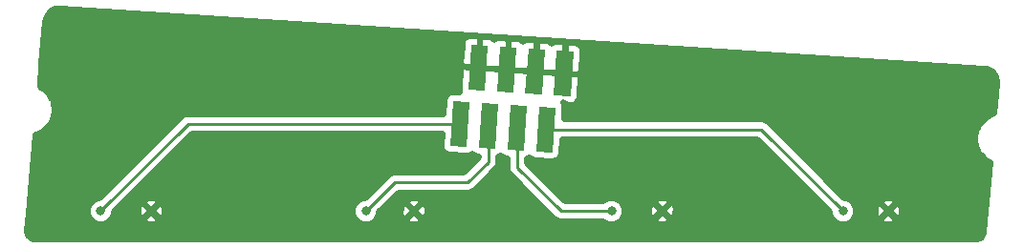
<source format=gbr>
G04 #@! TF.FileFunction,Copper,L2,Bot,Signal*
%FSLAX46Y46*%
G04 Gerber Fmt 4.6, Leading zero omitted, Abs format (unit mm)*
G04 Created by KiCad (PCBNEW (2015-07-06 BZR 5889)-product) date Wed 26 Aug 2015 12:42:29 PM CEST*
%MOMM*%
G01*
G04 APERTURE LIST*
%ADD10C,0.100000*%
%ADD11C,0.800000*%
%ADD12C,0.250000*%
%ADD13C,0.500000*%
G04 APERTURE END LIST*
D10*
G36*
X38442427Y9290672D02*
X38700556Y13282334D01*
X40197429Y13185536D01*
X39939300Y9193874D01*
X38442427Y9290672D01*
X38442427Y9290672D01*
G37*
G36*
X40977133Y9126760D02*
X41235262Y13118422D01*
X42732135Y13021624D01*
X42474006Y9029962D01*
X40977133Y9126760D01*
X40977133Y9126760D01*
G37*
G36*
X40037604Y14278127D02*
X40295733Y18269789D01*
X41792606Y18172991D01*
X41534477Y14181329D01*
X40037604Y14278127D01*
X40037604Y14278127D01*
G37*
G36*
X42572310Y14114215D02*
X42830439Y18105877D01*
X44327312Y18009079D01*
X44069183Y14017417D01*
X42572310Y14114215D01*
X42572310Y14114215D01*
G37*
G36*
X43511838Y8962848D02*
X43769967Y12954510D01*
X45266840Y12857712D01*
X45008711Y8866050D01*
X43511838Y8962848D01*
X43511838Y8962848D01*
G37*
G36*
X45107015Y13950303D02*
X45365144Y17941965D01*
X46862017Y17845167D01*
X46603888Y13853505D01*
X45107015Y13950303D01*
X45107015Y13950303D01*
G37*
G36*
X46046544Y8798936D02*
X46304673Y12790598D01*
X47801546Y12693800D01*
X47543417Y8702138D01*
X46046544Y8798936D01*
X46046544Y8798936D01*
G37*
G36*
X47641721Y13786391D02*
X47899850Y17778053D01*
X49396723Y17681255D01*
X49138594Y13689593D01*
X47641721Y13786391D01*
X47641721Y13786391D01*
G37*
D11*
X73251429Y3494940D03*
X77251429Y3494940D03*
X52751429Y3494940D03*
X57251429Y3494940D03*
X31001429Y3494940D03*
X35251429Y3494940D03*
X7501429Y3494940D03*
X12001429Y3494940D03*
D12*
X39319928Y11238104D02*
X15244593Y11238104D01*
X15244593Y11238104D02*
X7501429Y3494940D01*
X31001429Y3494940D02*
X33538989Y6032500D01*
X41854634Y7882134D02*
X41854634Y11074192D01*
X40005000Y6032500D02*
X41854634Y7882134D01*
X33538989Y6032500D02*
X40005000Y6032500D01*
X52751429Y3494940D02*
X48257560Y3494940D01*
X44389339Y7363161D02*
X44389339Y10910280D01*
X48257560Y3494940D02*
X44389339Y7363161D01*
X46924045Y10746368D02*
X66000001Y10746368D01*
X66000001Y10746368D02*
X73251429Y3494940D01*
D13*
G36*
X85709511Y16162656D02*
X85961437Y16112271D01*
X86161143Y16045703D01*
X86365889Y15931955D01*
X86512959Y15821652D01*
X86642731Y15648623D01*
X86782655Y15438738D01*
X86838859Y15270124D01*
X86884111Y15043866D01*
X86884111Y14808113D01*
X86631125Y12137703D01*
X86593346Y12129308D01*
X86503650Y12089788D01*
X86409117Y12063899D01*
X86126894Y11922787D01*
X86049463Y11862693D01*
X85964033Y11814651D01*
X85717089Y11602986D01*
X85697885Y11578537D01*
X85672036Y11561265D01*
X85460370Y11349598D01*
X85389137Y11242990D01*
X85310513Y11141684D01*
X85169402Y10859462D01*
X85158211Y10818597D01*
X85135880Y10782589D01*
X85030047Y10500367D01*
X85013998Y10402423D01*
X84984004Y10307815D01*
X84948726Y9990315D01*
X84956315Y9901969D01*
X84948726Y9813623D01*
X84984004Y9496123D01*
X85009579Y9415451D01*
X85020164Y9331488D01*
X85125997Y9013988D01*
X85184973Y8910527D01*
X85233957Y8801979D01*
X85410346Y8555034D01*
X85436404Y8530553D01*
X85453929Y8499390D01*
X85665596Y8252446D01*
X85741725Y8192649D01*
X85808009Y8122094D01*
X86054953Y7945705D01*
X86150217Y7902716D01*
X86239046Y7847627D01*
X86265547Y7837689D01*
X85724288Y1660969D01*
X85704855Y1505505D01*
X85661536Y1404426D01*
X85578067Y1258356D01*
X85512620Y1179820D01*
X85419771Y1113499D01*
X85298915Y1061703D01*
X85160045Y1022027D01*
X84988473Y1000580D01*
X1721198Y1000580D01*
X1546881Y1019949D01*
X1397382Y1076010D01*
X1268832Y1140286D01*
X1170684Y1238434D01*
X1071031Y1354695D01*
X1030840Y1461871D01*
X995222Y1604343D01*
X995222Y1789577D01*
X1120251Y3267194D01*
X6351230Y3267194D01*
X6525938Y2844368D01*
X6849156Y2520586D01*
X7271676Y2345140D01*
X7729175Y2344741D01*
X8152001Y2519449D01*
X8413973Y2780965D01*
X11322809Y2780965D01*
X11332616Y2531864D01*
X11752079Y2349230D01*
X12209504Y2341020D01*
X12635252Y2508484D01*
X12670242Y2531864D01*
X12680049Y2780965D01*
X12001429Y3459585D01*
X11322809Y2780965D01*
X8413973Y2780965D01*
X8475783Y2842667D01*
X8651229Y3265187D01*
X8651247Y3286865D01*
X10847509Y3286865D01*
X11014973Y2861117D01*
X11038353Y2826127D01*
X11287454Y2816320D01*
X11966074Y3494940D01*
X12036784Y3494940D01*
X12715404Y2816320D01*
X12964505Y2826127D01*
X13147139Y3245590D01*
X13155349Y3703015D01*
X12987885Y4128763D01*
X12964505Y4163753D01*
X12715404Y4173560D01*
X12036784Y3494940D01*
X11966074Y3494940D01*
X11966074Y3494940D01*
X11287454Y4173560D01*
X11038353Y4163753D01*
X10855719Y3744290D01*
X10847509Y3286865D01*
X8651247Y3286865D01*
X8651353Y3407428D01*
X9452840Y4208915D01*
X11322809Y4208915D01*
X12001429Y3530295D01*
X12680049Y4208915D01*
X12670242Y4458016D01*
X12250779Y4640650D01*
X11793354Y4648860D01*
X11367606Y4481396D01*
X11332616Y4458016D01*
X11322809Y4208915D01*
X9452840Y4208915D01*
X15607030Y10363104D01*
X37745488Y10363104D01*
X37679328Y9340019D01*
X37716243Y9051062D01*
X37864785Y8789588D01*
X38102659Y8605607D01*
X38393080Y8527573D01*
X39889953Y8430775D01*
X40178909Y8467690D01*
X40423848Y8606837D01*
X40637365Y8441695D01*
X40927786Y8363661D01*
X40979634Y8360308D01*
X40979634Y8244571D01*
X39642564Y6907500D01*
X33538989Y6907500D01*
X33204141Y6840895D01*
X32920271Y6651219D01*
X30914069Y4645017D01*
X30773683Y4645139D01*
X30350857Y4470431D01*
X30027075Y4147213D01*
X29851629Y3724693D01*
X29851230Y3267194D01*
X30025938Y2844368D01*
X30349156Y2520586D01*
X30771676Y2345140D01*
X31229175Y2344741D01*
X31652001Y2519449D01*
X31913973Y2780965D01*
X34572809Y2780965D01*
X34582616Y2531864D01*
X35002079Y2349230D01*
X35459504Y2341020D01*
X35885252Y2508484D01*
X35920242Y2531864D01*
X35930049Y2780965D01*
X35251429Y3459585D01*
X34572809Y2780965D01*
X31913973Y2780965D01*
X31975783Y2842667D01*
X32151229Y3265187D01*
X32151247Y3286865D01*
X34097509Y3286865D01*
X34264973Y2861117D01*
X34288353Y2826127D01*
X34537454Y2816320D01*
X35216074Y3494940D01*
X35286784Y3494940D01*
X35965404Y2816320D01*
X36214505Y2826127D01*
X36397139Y3245590D01*
X36405349Y3703015D01*
X36237885Y4128763D01*
X36214505Y4163753D01*
X35965404Y4173560D01*
X35286784Y3494940D01*
X35216074Y3494940D01*
X35216074Y3494940D01*
X34537454Y4173560D01*
X34288353Y4163753D01*
X34105719Y3744290D01*
X34097509Y3286865D01*
X32151247Y3286865D01*
X32151353Y3407428D01*
X32952840Y4208915D01*
X34572809Y4208915D01*
X35251429Y3530295D01*
X35930049Y4208915D01*
X35920242Y4458016D01*
X35500779Y4640650D01*
X35043354Y4648860D01*
X34617606Y4481396D01*
X34582616Y4458016D01*
X34572809Y4208915D01*
X32952840Y4208915D01*
X33901426Y5157500D01*
X40005000Y5157500D01*
X40339848Y5224105D01*
X40623718Y5413782D01*
X42473352Y7263415D01*
X42663029Y7547285D01*
X42681342Y7639353D01*
X42729634Y7882134D01*
X42729634Y8312878D01*
X42958554Y8442925D01*
X43172070Y8277783D01*
X43462491Y8199749D01*
X43514339Y8196396D01*
X43514339Y7363161D01*
X43534180Y7263415D01*
X43580944Y7028313D01*
X43770621Y6744443D01*
X47638842Y2876221D01*
X47781403Y2780965D01*
X47922712Y2686545D01*
X48257560Y2619940D01*
X51999975Y2619940D01*
X52099156Y2520586D01*
X52521676Y2345140D01*
X52979175Y2344741D01*
X53402001Y2519449D01*
X53663973Y2780965D01*
X56572809Y2780965D01*
X56582616Y2531864D01*
X57002079Y2349230D01*
X57459504Y2341020D01*
X57885252Y2508484D01*
X57920242Y2531864D01*
X57930049Y2780965D01*
X57251429Y3459585D01*
X56572809Y2780965D01*
X53663973Y2780965D01*
X53725783Y2842667D01*
X53901229Y3265187D01*
X53901247Y3286865D01*
X56097509Y3286865D01*
X56264973Y2861117D01*
X56288353Y2826127D01*
X56537454Y2816320D01*
X57216074Y3494940D01*
X57286784Y3494940D01*
X57965404Y2816320D01*
X58214505Y2826127D01*
X58397139Y3245590D01*
X58405349Y3703015D01*
X58237885Y4128763D01*
X58214505Y4163753D01*
X57965404Y4173560D01*
X57286784Y3494940D01*
X57216074Y3494940D01*
X57216074Y3494940D01*
X56537454Y4173560D01*
X56288353Y4163753D01*
X56105719Y3744290D01*
X56097509Y3286865D01*
X53901247Y3286865D01*
X53901628Y3722686D01*
X53726920Y4145512D01*
X53663628Y4208915D01*
X56572809Y4208915D01*
X57251429Y3530295D01*
X57930049Y4208915D01*
X57920242Y4458016D01*
X57500779Y4640650D01*
X57043354Y4648860D01*
X56617606Y4481396D01*
X56582616Y4458016D01*
X56572809Y4208915D01*
X53663628Y4208915D01*
X53403702Y4469294D01*
X52981182Y4644740D01*
X52523683Y4645139D01*
X52100857Y4470431D01*
X52000191Y4369940D01*
X48619997Y4369940D01*
X45264339Y7725597D01*
X45264339Y8148966D01*
X45493259Y8279013D01*
X45706776Y8113871D01*
X45997197Y8035837D01*
X47494070Y7939039D01*
X47783026Y7975954D01*
X48044501Y8124495D01*
X48228482Y8362370D01*
X48306516Y8652791D01*
X48385318Y9871368D01*
X65637565Y9871368D01*
X72101352Y3407580D01*
X72101230Y3267194D01*
X72275938Y2844368D01*
X72599156Y2520586D01*
X73021676Y2345140D01*
X73479175Y2344741D01*
X73902001Y2519449D01*
X74163973Y2780965D01*
X76572809Y2780965D01*
X76582616Y2531864D01*
X77002079Y2349230D01*
X77459504Y2341020D01*
X77885252Y2508484D01*
X77920242Y2531864D01*
X77930049Y2780965D01*
X77251429Y3459585D01*
X76572809Y2780965D01*
X74163973Y2780965D01*
X74225783Y2842667D01*
X74401229Y3265187D01*
X74401247Y3286865D01*
X76097509Y3286865D01*
X76264973Y2861117D01*
X76288353Y2826127D01*
X76537454Y2816320D01*
X77216074Y3494940D01*
X77286784Y3494940D01*
X77965404Y2816320D01*
X78214505Y2826127D01*
X78397139Y3245590D01*
X78405349Y3703015D01*
X78237885Y4128763D01*
X78214505Y4163753D01*
X77965404Y4173560D01*
X77286784Y3494940D01*
X77216074Y3494940D01*
X77216074Y3494940D01*
X76537454Y4173560D01*
X76288353Y4163753D01*
X76105719Y3744290D01*
X76097509Y3286865D01*
X74401247Y3286865D01*
X74401628Y3722686D01*
X74226920Y4145512D01*
X74163628Y4208915D01*
X76572809Y4208915D01*
X77251429Y3530295D01*
X77930049Y4208915D01*
X77920242Y4458016D01*
X77500779Y4640650D01*
X77043354Y4648860D01*
X76617606Y4481396D01*
X76582616Y4458016D01*
X76572809Y4208915D01*
X74163628Y4208915D01*
X73903702Y4469294D01*
X73481182Y4644740D01*
X73338942Y4644864D01*
X66618719Y11365086D01*
X66334849Y11554763D01*
X66283298Y11565017D01*
X66000001Y11621368D01*
X48498485Y11621368D01*
X48564645Y12644453D01*
X48527730Y12933410D01*
X48411773Y13137525D01*
X48553815Y12975842D01*
X49239068Y12931529D01*
X49521519Y13027683D01*
X49745672Y13224606D01*
X49877404Y13492319D01*
X49896658Y13790066D01*
X50002382Y15424967D01*
X49827373Y15624176D01*
X48542557Y15707262D01*
X48541266Y15687303D01*
X48491370Y15690530D01*
X48492661Y15710488D01*
X47770971Y15757158D01*
X48545783Y15757158D01*
X49830600Y15674072D01*
X50029809Y15849082D01*
X50135533Y17483983D01*
X50154787Y17781730D01*
X50058633Y18064180D01*
X49861710Y18288333D01*
X49593996Y18420065D01*
X48908743Y18464378D01*
X48709534Y18289368D01*
X48545783Y15757158D01*
X47770971Y15757158D01*
X47207844Y15793574D01*
X47207843Y15793573D01*
X46007851Y15871174D01*
X46006560Y15851215D01*
X45956664Y15854442D01*
X45957955Y15874400D01*
X45236265Y15921070D01*
X46011077Y15921070D01*
X47295894Y15837984D01*
X47295895Y15837985D01*
X48495887Y15760384D01*
X48659638Y18292595D01*
X48484629Y18491804D01*
X47799376Y18536117D01*
X47516925Y18439963D01*
X47415824Y18351143D01*
X47327004Y18452245D01*
X47059290Y18583977D01*
X46374037Y18628290D01*
X46174828Y18453280D01*
X46011077Y15921070D01*
X45236265Y15921070D01*
X44673138Y15957486D01*
X44673137Y15957485D01*
X43473146Y16035086D01*
X43471855Y16015127D01*
X43421959Y16018354D01*
X43423250Y16038312D01*
X42701560Y16084982D01*
X43476372Y16084982D01*
X44761189Y16001896D01*
X44761190Y16001897D01*
X45961181Y15924296D01*
X46124932Y18456507D01*
X45949923Y18655716D01*
X45264670Y18700029D01*
X44982219Y18603875D01*
X44881118Y18515056D01*
X44792299Y18616157D01*
X44524585Y18747889D01*
X43839332Y18792202D01*
X43640123Y18617192D01*
X43476372Y16084982D01*
X42701560Y16084982D01*
X42138433Y16121398D01*
X42138432Y16121397D01*
X40938440Y16198998D01*
X40937149Y16179039D01*
X40887253Y16182266D01*
X40888544Y16202224D01*
X40166854Y16248894D01*
X40941666Y16248894D01*
X42226483Y16165808D01*
X42226484Y16165809D01*
X43426476Y16088208D01*
X43590227Y18620419D01*
X43415218Y18819628D01*
X42729965Y18863941D01*
X42447514Y18767787D01*
X42346413Y18678967D01*
X42257593Y18780069D01*
X41989879Y18911801D01*
X41304626Y18956114D01*
X41105417Y18781104D01*
X40941666Y16248894D01*
X40166854Y16248894D01*
X39603727Y16285310D01*
X39404518Y16110300D01*
X39298794Y14475399D01*
X39279540Y14177652D01*
X39337486Y14007436D01*
X38749903Y14045433D01*
X38460947Y14008518D01*
X38199472Y13859977D01*
X38015491Y13622102D01*
X37937457Y13331681D01*
X37858655Y12113104D01*
X15244593Y12113104D01*
X14909745Y12046499D01*
X14625875Y11856823D01*
X7414069Y4645017D01*
X7273683Y4645139D01*
X6850857Y4470431D01*
X6527075Y4147213D01*
X6351629Y3724693D01*
X6351230Y3267194D01*
X1120251Y3267194D01*
X1712820Y10270284D01*
X1779876Y10285185D01*
X1869569Y10324704D01*
X1964104Y10350593D01*
X2246326Y10491704D01*
X2296109Y10530341D01*
X2353545Y10556259D01*
X2600490Y10732648D01*
X2666775Y10803203D01*
X2742907Y10863004D01*
X2954573Y11109949D01*
X3002613Y11195377D01*
X3062707Y11272807D01*
X3203819Y11555029D01*
X3215010Y11595895D01*
X3237342Y11631904D01*
X3343175Y11914126D01*
X3366261Y12055014D01*
X3394111Y12195024D01*
X3394111Y12512524D01*
X3385394Y12556349D01*
X3389218Y12600870D01*
X3353940Y12918370D01*
X3323947Y13012977D01*
X3307897Y13110922D01*
X3202064Y13393144D01*
X3179732Y13429153D01*
X3168542Y13470016D01*
X3027431Y13752239D01*
X2948816Y13853535D01*
X2877573Y13960156D01*
X2665906Y14171822D01*
X2590378Y14222288D01*
X2524222Y14284533D01*
X2242000Y14460922D01*
X2206101Y14474527D01*
X2175771Y14498066D01*
X2101147Y14535378D01*
X2266813Y16534415D01*
X39431945Y16534415D01*
X39606954Y16335206D01*
X40891770Y16252120D01*
X41055521Y18784331D01*
X40880512Y18983540D01*
X40195259Y19027853D01*
X39912808Y18931699D01*
X39688655Y18734776D01*
X39556923Y18467063D01*
X39537669Y18169316D01*
X39431945Y16534415D01*
X2266813Y16534415D01*
X2576195Y20267622D01*
X2630358Y20538432D01*
X2694482Y20752181D01*
X2795893Y20914437D01*
X2953051Y21123983D01*
X3080568Y21251499D01*
X3269035Y21356203D01*
X3472975Y21446843D01*
X3661103Y21484469D01*
X3908675Y21484469D01*
X85709511Y16162656D01*
X85709511Y16162656D01*
G37*
X85709511Y16162656D02*
X85961437Y16112271D01*
X86161143Y16045703D01*
X86365889Y15931955D01*
X86512959Y15821652D01*
X86642731Y15648623D01*
X86782655Y15438738D01*
X86838859Y15270124D01*
X86884111Y15043866D01*
X86884111Y14808113D01*
X86631125Y12137703D01*
X86593346Y12129308D01*
X86503650Y12089788D01*
X86409117Y12063899D01*
X86126894Y11922787D01*
X86049463Y11862693D01*
X85964033Y11814651D01*
X85717089Y11602986D01*
X85697885Y11578537D01*
X85672036Y11561265D01*
X85460370Y11349598D01*
X85389137Y11242990D01*
X85310513Y11141684D01*
X85169402Y10859462D01*
X85158211Y10818597D01*
X85135880Y10782589D01*
X85030047Y10500367D01*
X85013998Y10402423D01*
X84984004Y10307815D01*
X84948726Y9990315D01*
X84956315Y9901969D01*
X84948726Y9813623D01*
X84984004Y9496123D01*
X85009579Y9415451D01*
X85020164Y9331488D01*
X85125997Y9013988D01*
X85184973Y8910527D01*
X85233957Y8801979D01*
X85410346Y8555034D01*
X85436404Y8530553D01*
X85453929Y8499390D01*
X85665596Y8252446D01*
X85741725Y8192649D01*
X85808009Y8122094D01*
X86054953Y7945705D01*
X86150217Y7902716D01*
X86239046Y7847627D01*
X86265547Y7837689D01*
X85724288Y1660969D01*
X85704855Y1505505D01*
X85661536Y1404426D01*
X85578067Y1258356D01*
X85512620Y1179820D01*
X85419771Y1113499D01*
X85298915Y1061703D01*
X85160045Y1022027D01*
X84988473Y1000580D01*
X1721198Y1000580D01*
X1546881Y1019949D01*
X1397382Y1076010D01*
X1268832Y1140286D01*
X1170684Y1238434D01*
X1071031Y1354695D01*
X1030840Y1461871D01*
X995222Y1604343D01*
X995222Y1789577D01*
X1120251Y3267194D01*
X6351230Y3267194D01*
X6525938Y2844368D01*
X6849156Y2520586D01*
X7271676Y2345140D01*
X7729175Y2344741D01*
X8152001Y2519449D01*
X8413973Y2780965D01*
X11322809Y2780965D01*
X11332616Y2531864D01*
X11752079Y2349230D01*
X12209504Y2341020D01*
X12635252Y2508484D01*
X12670242Y2531864D01*
X12680049Y2780965D01*
X12001429Y3459585D01*
X11322809Y2780965D01*
X8413973Y2780965D01*
X8475783Y2842667D01*
X8651229Y3265187D01*
X8651247Y3286865D01*
X10847509Y3286865D01*
X11014973Y2861117D01*
X11038353Y2826127D01*
X11287454Y2816320D01*
X11966074Y3494940D01*
X12036784Y3494940D01*
X12715404Y2816320D01*
X12964505Y2826127D01*
X13147139Y3245590D01*
X13155349Y3703015D01*
X12987885Y4128763D01*
X12964505Y4163753D01*
X12715404Y4173560D01*
X12036784Y3494940D01*
X11966074Y3494940D01*
X11966074Y3494940D01*
X11287454Y4173560D01*
X11038353Y4163753D01*
X10855719Y3744290D01*
X10847509Y3286865D01*
X8651247Y3286865D01*
X8651353Y3407428D01*
X9452840Y4208915D01*
X11322809Y4208915D01*
X12001429Y3530295D01*
X12680049Y4208915D01*
X12670242Y4458016D01*
X12250779Y4640650D01*
X11793354Y4648860D01*
X11367606Y4481396D01*
X11332616Y4458016D01*
X11322809Y4208915D01*
X9452840Y4208915D01*
X15607030Y10363104D01*
X37745488Y10363104D01*
X37679328Y9340019D01*
X37716243Y9051062D01*
X37864785Y8789588D01*
X38102659Y8605607D01*
X38393080Y8527573D01*
X39889953Y8430775D01*
X40178909Y8467690D01*
X40423848Y8606837D01*
X40637365Y8441695D01*
X40927786Y8363661D01*
X40979634Y8360308D01*
X40979634Y8244571D01*
X39642564Y6907500D01*
X33538989Y6907500D01*
X33204141Y6840895D01*
X32920271Y6651219D01*
X30914069Y4645017D01*
X30773683Y4645139D01*
X30350857Y4470431D01*
X30027075Y4147213D01*
X29851629Y3724693D01*
X29851230Y3267194D01*
X30025938Y2844368D01*
X30349156Y2520586D01*
X30771676Y2345140D01*
X31229175Y2344741D01*
X31652001Y2519449D01*
X31913973Y2780965D01*
X34572809Y2780965D01*
X34582616Y2531864D01*
X35002079Y2349230D01*
X35459504Y2341020D01*
X35885252Y2508484D01*
X35920242Y2531864D01*
X35930049Y2780965D01*
X35251429Y3459585D01*
X34572809Y2780965D01*
X31913973Y2780965D01*
X31975783Y2842667D01*
X32151229Y3265187D01*
X32151247Y3286865D01*
X34097509Y3286865D01*
X34264973Y2861117D01*
X34288353Y2826127D01*
X34537454Y2816320D01*
X35216074Y3494940D01*
X35286784Y3494940D01*
X35965404Y2816320D01*
X36214505Y2826127D01*
X36397139Y3245590D01*
X36405349Y3703015D01*
X36237885Y4128763D01*
X36214505Y4163753D01*
X35965404Y4173560D01*
X35286784Y3494940D01*
X35216074Y3494940D01*
X35216074Y3494940D01*
X34537454Y4173560D01*
X34288353Y4163753D01*
X34105719Y3744290D01*
X34097509Y3286865D01*
X32151247Y3286865D01*
X32151353Y3407428D01*
X32952840Y4208915D01*
X34572809Y4208915D01*
X35251429Y3530295D01*
X35930049Y4208915D01*
X35920242Y4458016D01*
X35500779Y4640650D01*
X35043354Y4648860D01*
X34617606Y4481396D01*
X34582616Y4458016D01*
X34572809Y4208915D01*
X32952840Y4208915D01*
X33901426Y5157500D01*
X40005000Y5157500D01*
X40339848Y5224105D01*
X40623718Y5413782D01*
X42473352Y7263415D01*
X42663029Y7547285D01*
X42681342Y7639353D01*
X42729634Y7882134D01*
X42729634Y8312878D01*
X42958554Y8442925D01*
X43172070Y8277783D01*
X43462491Y8199749D01*
X43514339Y8196396D01*
X43514339Y7363161D01*
X43534180Y7263415D01*
X43580944Y7028313D01*
X43770621Y6744443D01*
X47638842Y2876221D01*
X47781403Y2780965D01*
X47922712Y2686545D01*
X48257560Y2619940D01*
X51999975Y2619940D01*
X52099156Y2520586D01*
X52521676Y2345140D01*
X52979175Y2344741D01*
X53402001Y2519449D01*
X53663973Y2780965D01*
X56572809Y2780965D01*
X56582616Y2531864D01*
X57002079Y2349230D01*
X57459504Y2341020D01*
X57885252Y2508484D01*
X57920242Y2531864D01*
X57930049Y2780965D01*
X57251429Y3459585D01*
X56572809Y2780965D01*
X53663973Y2780965D01*
X53725783Y2842667D01*
X53901229Y3265187D01*
X53901247Y3286865D01*
X56097509Y3286865D01*
X56264973Y2861117D01*
X56288353Y2826127D01*
X56537454Y2816320D01*
X57216074Y3494940D01*
X57286784Y3494940D01*
X57965404Y2816320D01*
X58214505Y2826127D01*
X58397139Y3245590D01*
X58405349Y3703015D01*
X58237885Y4128763D01*
X58214505Y4163753D01*
X57965404Y4173560D01*
X57286784Y3494940D01*
X57216074Y3494940D01*
X57216074Y3494940D01*
X56537454Y4173560D01*
X56288353Y4163753D01*
X56105719Y3744290D01*
X56097509Y3286865D01*
X53901247Y3286865D01*
X53901628Y3722686D01*
X53726920Y4145512D01*
X53663628Y4208915D01*
X56572809Y4208915D01*
X57251429Y3530295D01*
X57930049Y4208915D01*
X57920242Y4458016D01*
X57500779Y4640650D01*
X57043354Y4648860D01*
X56617606Y4481396D01*
X56582616Y4458016D01*
X56572809Y4208915D01*
X53663628Y4208915D01*
X53403702Y4469294D01*
X52981182Y4644740D01*
X52523683Y4645139D01*
X52100857Y4470431D01*
X52000191Y4369940D01*
X48619997Y4369940D01*
X45264339Y7725597D01*
X45264339Y8148966D01*
X45493259Y8279013D01*
X45706776Y8113871D01*
X45997197Y8035837D01*
X47494070Y7939039D01*
X47783026Y7975954D01*
X48044501Y8124495D01*
X48228482Y8362370D01*
X48306516Y8652791D01*
X48385318Y9871368D01*
X65637565Y9871368D01*
X72101352Y3407580D01*
X72101230Y3267194D01*
X72275938Y2844368D01*
X72599156Y2520586D01*
X73021676Y2345140D01*
X73479175Y2344741D01*
X73902001Y2519449D01*
X74163973Y2780965D01*
X76572809Y2780965D01*
X76582616Y2531864D01*
X77002079Y2349230D01*
X77459504Y2341020D01*
X77885252Y2508484D01*
X77920242Y2531864D01*
X77930049Y2780965D01*
X77251429Y3459585D01*
X76572809Y2780965D01*
X74163973Y2780965D01*
X74225783Y2842667D01*
X74401229Y3265187D01*
X74401247Y3286865D01*
X76097509Y3286865D01*
X76264973Y2861117D01*
X76288353Y2826127D01*
X76537454Y2816320D01*
X77216074Y3494940D01*
X77286784Y3494940D01*
X77965404Y2816320D01*
X78214505Y2826127D01*
X78397139Y3245590D01*
X78405349Y3703015D01*
X78237885Y4128763D01*
X78214505Y4163753D01*
X77965404Y4173560D01*
X77286784Y3494940D01*
X77216074Y3494940D01*
X77216074Y3494940D01*
X76537454Y4173560D01*
X76288353Y4163753D01*
X76105719Y3744290D01*
X76097509Y3286865D01*
X74401247Y3286865D01*
X74401628Y3722686D01*
X74226920Y4145512D01*
X74163628Y4208915D01*
X76572809Y4208915D01*
X77251429Y3530295D01*
X77930049Y4208915D01*
X77920242Y4458016D01*
X77500779Y4640650D01*
X77043354Y4648860D01*
X76617606Y4481396D01*
X76582616Y4458016D01*
X76572809Y4208915D01*
X74163628Y4208915D01*
X73903702Y4469294D01*
X73481182Y4644740D01*
X73338942Y4644864D01*
X66618719Y11365086D01*
X66334849Y11554763D01*
X66283298Y11565017D01*
X66000001Y11621368D01*
X48498485Y11621368D01*
X48564645Y12644453D01*
X48527730Y12933410D01*
X48411773Y13137525D01*
X48553815Y12975842D01*
X49239068Y12931529D01*
X49521519Y13027683D01*
X49745672Y13224606D01*
X49877404Y13492319D01*
X49896658Y13790066D01*
X50002382Y15424967D01*
X49827373Y15624176D01*
X48542557Y15707262D01*
X48541266Y15687303D01*
X48491370Y15690530D01*
X48492661Y15710488D01*
X47770971Y15757158D01*
X48545783Y15757158D01*
X49830600Y15674072D01*
X50029809Y15849082D01*
X50135533Y17483983D01*
X50154787Y17781730D01*
X50058633Y18064180D01*
X49861710Y18288333D01*
X49593996Y18420065D01*
X48908743Y18464378D01*
X48709534Y18289368D01*
X48545783Y15757158D01*
X47770971Y15757158D01*
X47207844Y15793574D01*
X47207843Y15793573D01*
X46007851Y15871174D01*
X46006560Y15851215D01*
X45956664Y15854442D01*
X45957955Y15874400D01*
X45236265Y15921070D01*
X46011077Y15921070D01*
X47295894Y15837984D01*
X47295895Y15837985D01*
X48495887Y15760384D01*
X48659638Y18292595D01*
X48484629Y18491804D01*
X47799376Y18536117D01*
X47516925Y18439963D01*
X47415824Y18351143D01*
X47327004Y18452245D01*
X47059290Y18583977D01*
X46374037Y18628290D01*
X46174828Y18453280D01*
X46011077Y15921070D01*
X45236265Y15921070D01*
X44673138Y15957486D01*
X44673137Y15957485D01*
X43473146Y16035086D01*
X43471855Y16015127D01*
X43421959Y16018354D01*
X43423250Y16038312D01*
X42701560Y16084982D01*
X43476372Y16084982D01*
X44761189Y16001896D01*
X44761190Y16001897D01*
X45961181Y15924296D01*
X46124932Y18456507D01*
X45949923Y18655716D01*
X45264670Y18700029D01*
X44982219Y18603875D01*
X44881118Y18515056D01*
X44792299Y18616157D01*
X44524585Y18747889D01*
X43839332Y18792202D01*
X43640123Y18617192D01*
X43476372Y16084982D01*
X42701560Y16084982D01*
X42138433Y16121398D01*
X42138432Y16121397D01*
X40938440Y16198998D01*
X40937149Y16179039D01*
X40887253Y16182266D01*
X40888544Y16202224D01*
X40166854Y16248894D01*
X40941666Y16248894D01*
X42226483Y16165808D01*
X42226484Y16165809D01*
X43426476Y16088208D01*
X43590227Y18620419D01*
X43415218Y18819628D01*
X42729965Y18863941D01*
X42447514Y18767787D01*
X42346413Y18678967D01*
X42257593Y18780069D01*
X41989879Y18911801D01*
X41304626Y18956114D01*
X41105417Y18781104D01*
X40941666Y16248894D01*
X40166854Y16248894D01*
X39603727Y16285310D01*
X39404518Y16110300D01*
X39298794Y14475399D01*
X39279540Y14177652D01*
X39337486Y14007436D01*
X38749903Y14045433D01*
X38460947Y14008518D01*
X38199472Y13859977D01*
X38015491Y13622102D01*
X37937457Y13331681D01*
X37858655Y12113104D01*
X15244593Y12113104D01*
X14909745Y12046499D01*
X14625875Y11856823D01*
X7414069Y4645017D01*
X7273683Y4645139D01*
X6850857Y4470431D01*
X6527075Y4147213D01*
X6351629Y3724693D01*
X6351230Y3267194D01*
X1120251Y3267194D01*
X1712820Y10270284D01*
X1779876Y10285185D01*
X1869569Y10324704D01*
X1964104Y10350593D01*
X2246326Y10491704D01*
X2296109Y10530341D01*
X2353545Y10556259D01*
X2600490Y10732648D01*
X2666775Y10803203D01*
X2742907Y10863004D01*
X2954573Y11109949D01*
X3002613Y11195377D01*
X3062707Y11272807D01*
X3203819Y11555029D01*
X3215010Y11595895D01*
X3237342Y11631904D01*
X3343175Y11914126D01*
X3366261Y12055014D01*
X3394111Y12195024D01*
X3394111Y12512524D01*
X3385394Y12556349D01*
X3389218Y12600870D01*
X3353940Y12918370D01*
X3323947Y13012977D01*
X3307897Y13110922D01*
X3202064Y13393144D01*
X3179732Y13429153D01*
X3168542Y13470016D01*
X3027431Y13752239D01*
X2948816Y13853535D01*
X2877573Y13960156D01*
X2665906Y14171822D01*
X2590378Y14222288D01*
X2524222Y14284533D01*
X2242000Y14460922D01*
X2206101Y14474527D01*
X2175771Y14498066D01*
X2101147Y14535378D01*
X2266813Y16534415D01*
X39431945Y16534415D01*
X39606954Y16335206D01*
X40891770Y16252120D01*
X41055521Y18784331D01*
X40880512Y18983540D01*
X40195259Y19027853D01*
X39912808Y18931699D01*
X39688655Y18734776D01*
X39556923Y18467063D01*
X39537669Y18169316D01*
X39431945Y16534415D01*
X2266813Y16534415D01*
X2576195Y20267622D01*
X2630358Y20538432D01*
X2694482Y20752181D01*
X2795893Y20914437D01*
X2953051Y21123983D01*
X3080568Y21251499D01*
X3269035Y21356203D01*
X3472975Y21446843D01*
X3661103Y21484469D01*
X3908675Y21484469D01*
X85709511Y16162656D01*
M02*

</source>
